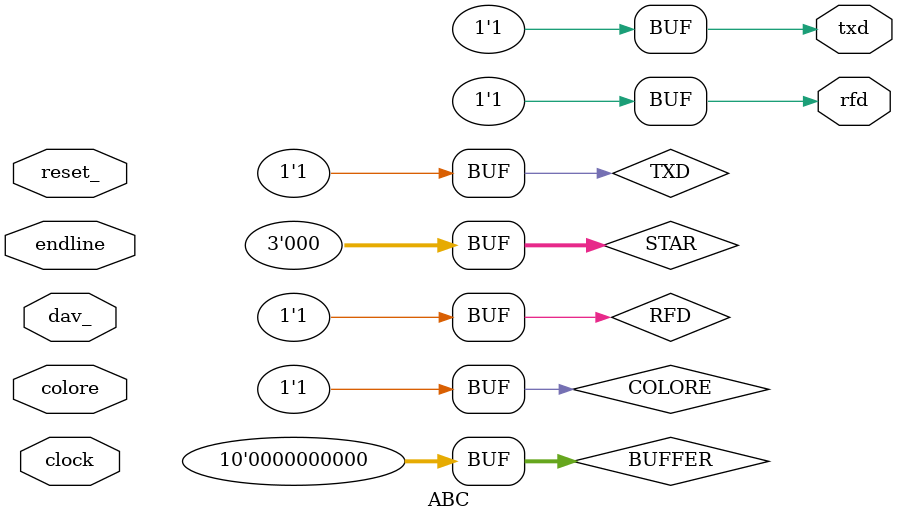
<source format=v>
module ABC (
    reset_, clock,
    colore, endline, dav_,
    rfd, txd
);
    input reset_, clock;
    input colore, endline, dav_;
    output rfd, txd;

    reg RFD, TXD;
    assign rfd = RFD;
    assign txd = TXD;

    reg [3:0] COUNT;        // per trasmissione seriale
    reg [9:0] BUFFER;
    reg COLORE;

    reg[2:0] STAR; parameter S0=0, S1=1, S2=2, S3=3, S4=4;
    parameter nero = 1'B1, bianco = 1'B1, marking = 1'B1, spacing = 1'B0;
    
    always @(reset_==0) #1
        begin
            COLORE <= nero;
            BUFFER <= 0;
            STAR <= S0;
            RFD <= 1;
            TXD <= marking;
        end
    always @(posedge clock) if(reset_==1) #3
        casex(STAR)
            S0:
                begin
                    RFD <= 1;
                    BUFFER <= (colore==COLORE & dav_==0)? BUFFER + 1 : BUFFER;
                    STAR <= (dav_==0 & endline==0)? ((colore==COLORE)? S1 : S2) : ((endline==1)? S3 : S0);
                end
            S1:             // altro pixel dello stesso colore
                begin
                    RFD <= 0;
                    BUFFER <= (BUFFER==0)? BUFFER+1 : BUFFER;   // se finisce di essere trasmesso devo metterlo a 1
                    STAR <= (dav_==1)? S0 : S1;
                end
            S2:             // cambio colore
                begin
                    BUFFER <= {marking, BUFFER[6:0], COLORE, spacing};
                    COUNT <= 10;
                    COLORE <= colore;
                    RFD <= 0;
                    STAR <= S4;
                end
            S3:             // endline
                begin
                    BUFFER <= {marking, 8'H00, spacing};
                    RFD <= 0;
                    COUNT <= 10;
                    STAR <= S4;
                end
            S4:         // trasmissione seriale
                begin
                    COUNT <= COUNT - 1;
                    TXD <= BUFFER[0];
                    BUFFER <= {1'B0, BUFFER[9:1]};
                    STAR <= (COUNT==1)? S1 : S4;
                end
        endcase
endmodule
</source>
